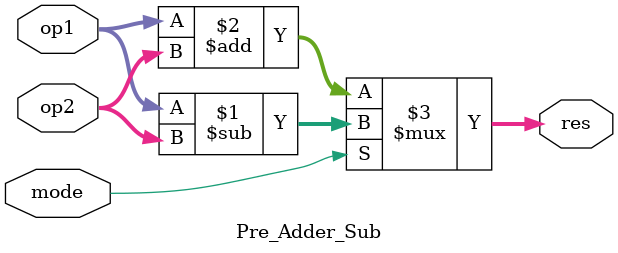
<source format=v>
`timescale 1ns / 1ps
module Pre_Adder_Sub #(parameter N = 18)
(
    input [N-1:0]op1,op2,
    input mode,
    output [N-1:0]res
);
assign res = mode?op1 - op2:op1 + op2;

endmodule

</source>
